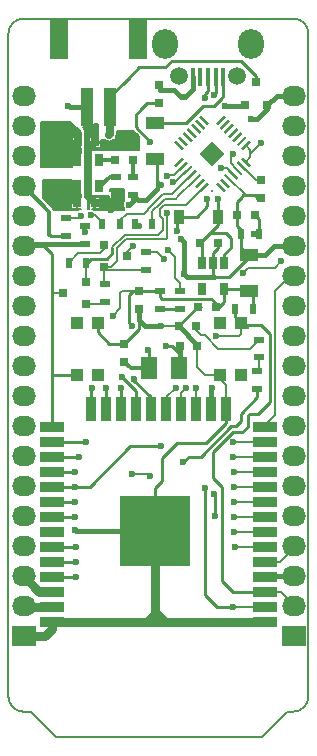
<source format=gbr>
G04 #@! TF.FileFunction,Copper,L1,Top,Signal*
%FSLAX46Y46*%
G04 Gerber Fmt 4.6, Leading zero omitted, Abs format (unit mm)*
G04 Created by KiCad (PCBNEW (2015-01-16 BZR 5376)-product) date 01-May-17 6:34:46 PM*
%MOMM*%
G01*
G04 APERTURE LIST*
%ADD10C,0.100000*%
%ADD11C,0.150000*%
%ADD12R,0.910000X1.220000*%
%ADD13R,0.750000X0.800000*%
%ADD14R,0.800000X0.750000*%
%ADD15R,0.995680X3.200000*%
%ADD16R,0.998220X3.200000*%
%ADD17R,1.498600X3.398520*%
%ADD18R,1.498600X3.395980*%
%ADD19R,2.032000X1.727200*%
%ADD20O,2.032000X1.727200*%
%ADD21R,0.900000X0.500000*%
%ADD22R,0.500000X0.900000*%
%ADD23R,0.797560X0.797560*%
%ADD24R,0.650000X1.060000*%
%ADD25R,0.800100X0.800100*%
%ADD26R,1.600000X1.000000*%
%ADD27R,0.400000X1.600000*%
%ADD28C,1.500000*%
%ADD29O,2.200000X2.500000*%
%ADD30R,2.000000X0.900000*%
%ADD31R,0.900000X2.000000*%
%ADD32R,6.000000X6.000000*%
%ADD33R,1.000760X1.000760*%
%ADD34R,1.400000X1.900000*%
%ADD35C,0.299720*%
%ADD36C,0.600000*%
%ADD37C,0.250000*%
%ADD38C,0.800000*%
%ADD39C,0.635000*%
%ADD40C,0.400000*%
%ADD41C,0.200000*%
%ADD42C,0.300000*%
G04 APERTURE END LIST*
D10*
D11*
X98806000Y-128143000D02*
X99060000Y-127889000D01*
X81407000Y-128143000D02*
X98806000Y-128143000D01*
X81153000Y-127889000D02*
X81407000Y-128143000D01*
X77343000Y-124714000D02*
X77343000Y-68580000D01*
X79248000Y-125984000D02*
X78613000Y-125984000D01*
X101473000Y-125984000D02*
X100965000Y-125984000D01*
X102743000Y-68580000D02*
X102743000Y-124714000D01*
X78613000Y-67310000D02*
X101473000Y-67310000D01*
X78613000Y-67310000D02*
G75*
G03X77343000Y-68580000I0J-1270000D01*
G01*
X102743000Y-68580000D02*
G75*
G03X101473000Y-67310000I-1270000J0D01*
G01*
X101473000Y-125984000D02*
G75*
G03X102743000Y-124714000I0J1270000D01*
G01*
X77343000Y-124714000D02*
G75*
G03X78613000Y-125984000I1270000J0D01*
G01*
X81153000Y-127889000D02*
X79248000Y-125984000D01*
X100965000Y-125984000D02*
X99060000Y-127889000D01*
D12*
X95056200Y-84074000D03*
X91786200Y-84074000D03*
D13*
X98704400Y-82487200D03*
X98704400Y-80987200D03*
D14*
X83133500Y-82931000D03*
X84633500Y-82931000D03*
D15*
X85963760Y-74803000D03*
D16*
X83962240Y-74803000D03*
D17*
X88308180Y-69054980D03*
D18*
X81615280Y-69054980D03*
D19*
X78622721Y-119577474D03*
D20*
X78622721Y-117037474D03*
X78622721Y-114497474D03*
X78622721Y-111957474D03*
X78622721Y-109417474D03*
X78622721Y-106877474D03*
X78622721Y-104337474D03*
X78622721Y-101797474D03*
X78622721Y-99257474D03*
X78622721Y-96717474D03*
X78622721Y-94177474D03*
X78622721Y-91637474D03*
X78622721Y-89097474D03*
X78622721Y-86557474D03*
X78622721Y-84017474D03*
X78622721Y-81477474D03*
X78622721Y-78937474D03*
X78622721Y-76397474D03*
X78622721Y-73857474D03*
D19*
X101482721Y-119577474D03*
D20*
X101482721Y-117037474D03*
X101482721Y-114497474D03*
X101482721Y-111957474D03*
X101482721Y-109417474D03*
X101482721Y-106877474D03*
X101482721Y-104337474D03*
X101482721Y-101797474D03*
X101482721Y-99257474D03*
X101482721Y-96717474D03*
X101482721Y-94177474D03*
X101482721Y-91637474D03*
X101482721Y-89097474D03*
X101482721Y-86557474D03*
X101482721Y-84017474D03*
X101482721Y-81477474D03*
X101482721Y-78937474D03*
X101482721Y-76397474D03*
X101482721Y-73857474D03*
D21*
X82232500Y-85713000D03*
X82232500Y-84213000D03*
D22*
X88023000Y-84709000D03*
X89523000Y-84709000D03*
D23*
X87871300Y-79311500D03*
X86372700Y-79311500D03*
X90068400Y-74434700D03*
X90068400Y-72936100D03*
X93240420Y-93313875D03*
X91741820Y-93313875D03*
D24*
X85024000Y-79291000D03*
X84074000Y-79291000D03*
X83124000Y-79291000D03*
X83124000Y-81491000D03*
X85024000Y-81491000D03*
D25*
X97348000Y-74660760D03*
X99248000Y-74660760D03*
X98298000Y-72661780D03*
D24*
X95625519Y-87997475D03*
X94675519Y-87997475D03*
X93725519Y-87997475D03*
X93725519Y-90197475D03*
X95625519Y-90197475D03*
D25*
X85394360Y-86471074D03*
X85394360Y-88371074D03*
X87393340Y-87421074D03*
X83941480Y-91469874D03*
X83941480Y-89569874D03*
X81942500Y-90519874D03*
D22*
X98540000Y-85547200D03*
X97040000Y-85547200D03*
D21*
X86423500Y-80720500D03*
X86423500Y-82220500D03*
X91881520Y-90379475D03*
X91881520Y-91879475D03*
X87884000Y-82220500D03*
X87884000Y-80720500D03*
D22*
X82444720Y-87979875D03*
X83944720Y-87979875D03*
D21*
X85531520Y-91269874D03*
X85531520Y-89769874D03*
D22*
X98067120Y-91891475D03*
X96567120Y-91891475D03*
X85292500Y-84709000D03*
X86792500Y-84709000D03*
D21*
X89027000Y-87070500D03*
X89027000Y-88570500D03*
X83855120Y-84893075D03*
X83855120Y-86393075D03*
X98552000Y-94500000D03*
X98552000Y-96000000D03*
D14*
X83197000Y-77787500D03*
X84697000Y-77787500D03*
X93569920Y-86303475D03*
X95069920Y-86303475D03*
X96684400Y-83921600D03*
X98184400Y-83921600D03*
X94917521Y-91739074D03*
X93417521Y-91739074D03*
D26*
X97672720Y-90343474D03*
X97672720Y-87343474D03*
D14*
X91842719Y-94990275D03*
X93342719Y-94990275D03*
D13*
X88427120Y-90379475D03*
X88427120Y-91879475D03*
X87157120Y-96349875D03*
X87157120Y-94849875D03*
D21*
X98425000Y-98667000D03*
X98425000Y-97167000D03*
X90154320Y-91879475D03*
X90154320Y-90379475D03*
D27*
X95534000Y-72236000D03*
X94884000Y-72236000D03*
X94234000Y-72236000D03*
X93584000Y-72236000D03*
X92934000Y-72236000D03*
D28*
X96659000Y-72136000D03*
D29*
X97859000Y-69486000D03*
D28*
X91809000Y-72136000D03*
D29*
X90609000Y-69486000D03*
D30*
X99052721Y-118375875D03*
X99052721Y-117105875D03*
X99052721Y-115835875D03*
X99052721Y-114565875D03*
X99052721Y-113295875D03*
X99052721Y-112025875D03*
X99052721Y-110755875D03*
X99052721Y-109485875D03*
X99052721Y-108215875D03*
X99052721Y-106945875D03*
X99052721Y-105675875D03*
X99052721Y-104405875D03*
X99052721Y-103135875D03*
X99052721Y-101865875D03*
X81052721Y-118375875D03*
X81052721Y-101865875D03*
X81052721Y-103135875D03*
X81052721Y-104405875D03*
X81052721Y-105675875D03*
X81052721Y-106945875D03*
X81052721Y-108215875D03*
X81052721Y-109485875D03*
X81052721Y-110755875D03*
X81052721Y-112025875D03*
X81052721Y-113295875D03*
X81052721Y-114565875D03*
X81052721Y-115835875D03*
X81052721Y-117105875D03*
D31*
X95767721Y-100375875D03*
X94482721Y-100375875D03*
X93227721Y-100375875D03*
X91957721Y-100375875D03*
X90687721Y-100375875D03*
X89417721Y-100375875D03*
X88147721Y-100375875D03*
X86877721Y-100375875D03*
X85607721Y-100375875D03*
X84337721Y-100375875D03*
D32*
X89752721Y-110675875D03*
D33*
X97048720Y-93044275D03*
X95248720Y-97444275D03*
X95248720Y-93044275D03*
X97048720Y-97444275D03*
X83107520Y-97444275D03*
X84907520Y-93044275D03*
X84907520Y-97444275D03*
X83107520Y-93044275D03*
D34*
X91760720Y-96920675D03*
X89239920Y-96920675D03*
D26*
X89747920Y-79167476D03*
X89747920Y-76167476D03*
D10*
G36*
X97879323Y-79717950D02*
X97715883Y-79881390D01*
X97008239Y-79173746D01*
X97171679Y-79010306D01*
X97879323Y-79717950D01*
X97879323Y-79717950D01*
G37*
G36*
X97525501Y-80071772D02*
X97362061Y-80235212D01*
X96654417Y-79527568D01*
X96817857Y-79364128D01*
X97525501Y-80071772D01*
X97525501Y-80071772D01*
G37*
G36*
X97171678Y-80425594D02*
X97008238Y-80589034D01*
X96300594Y-79881390D01*
X96464034Y-79717950D01*
X97171678Y-80425594D01*
X97171678Y-80425594D01*
G37*
G36*
X96817856Y-80779416D02*
X96654416Y-80942856D01*
X95946772Y-80235212D01*
X96110212Y-80071772D01*
X96817856Y-80779416D01*
X96817856Y-80779416D01*
G37*
G36*
X96464034Y-81133238D02*
X96300594Y-81296678D01*
X95592950Y-80589034D01*
X95756390Y-80425594D01*
X96464034Y-81133238D01*
X96464034Y-81133238D01*
G37*
G36*
X96110212Y-81487061D02*
X95946772Y-81650501D01*
X95239128Y-80942857D01*
X95402568Y-80779417D01*
X96110212Y-81487061D01*
X96110212Y-81487061D01*
G37*
G36*
X95756390Y-81840883D02*
X95592950Y-82004323D01*
X94885306Y-81296679D01*
X95048746Y-81133239D01*
X95756390Y-81840883D01*
X95756390Y-81840883D01*
G37*
G36*
X94344694Y-81296679D02*
X93637050Y-82004323D01*
X93473610Y-81840883D01*
X94181254Y-81133239D01*
X94344694Y-81296679D01*
X94344694Y-81296679D01*
G37*
G36*
X93990872Y-80942857D02*
X93283228Y-81650501D01*
X93119788Y-81487061D01*
X93827432Y-80779417D01*
X93990872Y-80942857D01*
X93990872Y-80942857D01*
G37*
G36*
X93637050Y-80589034D02*
X92929406Y-81296678D01*
X92765966Y-81133238D01*
X93473610Y-80425594D01*
X93637050Y-80589034D01*
X93637050Y-80589034D01*
G37*
G36*
X93283228Y-80235212D02*
X92575584Y-80942856D01*
X92412144Y-80779416D01*
X93119788Y-80071772D01*
X93283228Y-80235212D01*
X93283228Y-80235212D01*
G37*
G36*
X92929406Y-79881390D02*
X92221762Y-80589034D01*
X92058322Y-80425594D01*
X92765966Y-79717950D01*
X92929406Y-79881390D01*
X92929406Y-79881390D01*
G37*
G36*
X92575583Y-79527568D02*
X91867939Y-80235212D01*
X91704499Y-80071772D01*
X92412143Y-79364128D01*
X92575583Y-79527568D01*
X92575583Y-79527568D01*
G37*
G36*
X92221761Y-79173746D02*
X91514117Y-79881390D01*
X91350677Y-79717950D01*
X92058321Y-79010306D01*
X92221761Y-79173746D01*
X92221761Y-79173746D01*
G37*
G36*
X92221761Y-78306254D02*
X92058321Y-78469694D01*
X91350677Y-77762050D01*
X91514117Y-77598610D01*
X92221761Y-78306254D01*
X92221761Y-78306254D01*
G37*
G36*
X92575583Y-77952432D02*
X92412143Y-78115872D01*
X91704499Y-77408228D01*
X91867939Y-77244788D01*
X92575583Y-77952432D01*
X92575583Y-77952432D01*
G37*
G36*
X92929406Y-77598610D02*
X92765966Y-77762050D01*
X92058322Y-77054406D01*
X92221762Y-76890966D01*
X92929406Y-77598610D01*
X92929406Y-77598610D01*
G37*
G36*
X93283228Y-77244788D02*
X93119788Y-77408228D01*
X92412144Y-76700584D01*
X92575584Y-76537144D01*
X93283228Y-77244788D01*
X93283228Y-77244788D01*
G37*
G36*
X93637050Y-76890966D02*
X93473610Y-77054406D01*
X92765966Y-76346762D01*
X92929406Y-76183322D01*
X93637050Y-76890966D01*
X93637050Y-76890966D01*
G37*
G36*
X93990872Y-76537143D02*
X93827432Y-76700583D01*
X93119788Y-75992939D01*
X93283228Y-75829499D01*
X93990872Y-76537143D01*
X93990872Y-76537143D01*
G37*
G36*
X94344694Y-76183321D02*
X94181254Y-76346761D01*
X93473610Y-75639117D01*
X93637050Y-75475677D01*
X94344694Y-76183321D01*
X94344694Y-76183321D01*
G37*
G36*
X95756390Y-75639117D02*
X95048746Y-76346761D01*
X94885306Y-76183321D01*
X95592950Y-75475677D01*
X95756390Y-75639117D01*
X95756390Y-75639117D01*
G37*
G36*
X96110212Y-75992939D02*
X95402568Y-76700583D01*
X95239128Y-76537143D01*
X95946772Y-75829499D01*
X96110212Y-75992939D01*
X96110212Y-75992939D01*
G37*
G36*
X96464034Y-76346762D02*
X95756390Y-77054406D01*
X95592950Y-76890966D01*
X96300594Y-76183322D01*
X96464034Y-76346762D01*
X96464034Y-76346762D01*
G37*
G36*
X96817856Y-76700584D02*
X96110212Y-77408228D01*
X95946772Y-77244788D01*
X96654416Y-76537144D01*
X96817856Y-76700584D01*
X96817856Y-76700584D01*
G37*
G36*
X97171678Y-77054406D02*
X96464034Y-77762050D01*
X96300594Y-77598610D01*
X97008238Y-76890966D01*
X97171678Y-77054406D01*
X97171678Y-77054406D01*
G37*
G36*
X97525501Y-77408228D02*
X96817857Y-78115872D01*
X96654417Y-77952432D01*
X97362061Y-77244788D01*
X97525501Y-77408228D01*
X97525501Y-77408228D01*
G37*
G36*
X97879323Y-77762050D02*
X97171679Y-78469694D01*
X97008239Y-78306254D01*
X97715883Y-77598610D01*
X97879323Y-77762050D01*
X97879323Y-77762050D01*
G37*
G36*
X95676466Y-78740000D02*
X94615000Y-79801466D01*
X93553534Y-78740000D01*
X94615000Y-77678534D01*
X95676466Y-78740000D01*
X95676466Y-78740000D01*
G37*
D35*
X94615000Y-81922603D03*
D36*
X82677000Y-76644500D03*
X85852000Y-77152500D03*
X81915000Y-78041500D03*
X81915000Y-78867000D03*
X81661000Y-76517500D03*
X81915000Y-77216000D03*
X91948000Y-85979000D03*
X92329000Y-73914000D03*
X92202000Y-88900000D03*
X82991520Y-110585875D03*
X90255920Y-93313875D03*
X82423000Y-74676000D03*
X87566500Y-78041500D03*
X86042500Y-78041500D03*
X85344000Y-78041500D03*
X86804500Y-78041500D03*
X86741000Y-83185000D03*
X86042500Y-83502500D03*
X95046800Y-82600800D03*
X97840800Y-75844400D03*
X98094800Y-85547200D03*
X95707200Y-74676000D03*
X94132400Y-82600800D03*
X91576720Y-85287475D03*
X98704400Y-77851000D03*
X90233500Y-81407000D03*
X82346800Y-81280000D03*
X81661000Y-81280000D03*
X87566500Y-83058000D03*
X82067400Y-82016600D03*
X86169500Y-92456000D03*
X93964320Y-107080674D03*
X87766720Y-93313875D03*
X96351920Y-117139075D03*
X83820000Y-85407500D03*
X87884000Y-86550500D03*
X94932500Y-94170500D03*
X83042320Y-114548276D03*
X84328000Y-83947000D03*
X89290720Y-106064675D03*
X87766720Y-105861475D03*
X83042320Y-113329074D03*
X88392000Y-84899500D03*
X94742000Y-73787000D03*
X96393000Y-78816200D03*
X93980000Y-74041000D03*
X95377000Y-79933800D03*
X90868500Y-86931500D03*
X89344500Y-77724000D03*
X97180400Y-88849200D03*
X100457000Y-87820500D03*
X94573921Y-98546276D03*
X90487500Y-87630000D03*
X96504320Y-112008275D03*
X96453520Y-110738275D03*
X94827920Y-109417475D03*
X94726319Y-107537875D03*
X90662320Y-94990275D03*
X96453520Y-109468275D03*
X89189119Y-95345875D03*
X96402720Y-108249074D03*
X96402720Y-106928275D03*
X96402720Y-105709075D03*
X96351920Y-104388275D03*
X96351920Y-103169075D03*
X83905920Y-103169075D03*
X83347119Y-104439075D03*
X82940720Y-105709075D03*
X82991520Y-106928275D03*
X90220800Y-103530400D03*
X92151200Y-104851200D03*
X82991520Y-108198276D03*
X82940720Y-109468274D03*
X83042320Y-112059075D03*
X93253120Y-98597075D03*
X92389520Y-98597075D03*
X91525920Y-98546275D03*
X87969921Y-97784274D03*
X86953920Y-97682676D03*
X86903120Y-98597075D03*
X85633120Y-98597076D03*
X84413922Y-98597075D03*
X90763921Y-83763475D03*
X91313000Y-81178400D03*
X83499520Y-84017476D03*
X90741500Y-80645000D03*
D37*
X98298000Y-72661780D02*
X98506280Y-72661780D01*
X89916000Y-71419075D02*
X88427122Y-71419075D01*
X88427122Y-71419075D02*
X87461922Y-72384275D01*
X87122000Y-72724197D02*
X87461922Y-72384275D01*
D38*
X85967000Y-74806240D02*
X85963760Y-74803000D01*
D37*
X96520000Y-70866000D02*
X97028000Y-70866000D01*
X98298000Y-72136000D02*
X98298000Y-72661780D01*
X97028000Y-70866000D02*
X98298000Y-72136000D01*
X89916000Y-71419075D02*
X90632925Y-71419075D01*
X91186000Y-70866000D02*
X96520000Y-70866000D01*
X96520000Y-70866000D02*
X96901000Y-70866000D01*
X90632925Y-71419075D02*
X91186000Y-70866000D01*
X89951121Y-71419075D02*
X89916000Y-71419075D01*
X85963760Y-73882437D02*
X87122000Y-72724197D01*
X85963760Y-74803000D02*
X85963760Y-73882437D01*
D39*
X83124000Y-77860500D02*
X83197000Y-77787500D01*
X83124000Y-78549500D02*
X83124000Y-77860500D01*
X83124000Y-79291000D02*
X83124000Y-78549500D01*
X83197000Y-77164500D02*
X82677000Y-76644500D01*
X85852000Y-77152500D02*
X85963760Y-77040740D01*
X85963760Y-77040740D02*
X85963760Y-74803000D01*
X83197000Y-77787500D02*
X83197000Y-77164500D01*
D40*
X82169000Y-77787500D02*
X81915000Y-78041500D01*
X83197000Y-77787500D02*
X82169000Y-77787500D01*
X82232500Y-78549500D02*
X81915000Y-78867000D01*
X83124000Y-78549500D02*
X82232500Y-78549500D01*
X81915000Y-76771500D02*
X81661000Y-76517500D01*
X83197000Y-77787500D02*
X82486500Y-77787500D01*
X82486500Y-77787500D02*
X81915000Y-77216000D01*
X81915000Y-77216000D02*
X81915000Y-76771500D01*
D37*
X96684400Y-84848000D02*
X96684400Y-83921600D01*
D40*
X91948000Y-73914000D02*
X91401900Y-73367900D01*
X92329000Y-73914000D02*
X91948000Y-73914000D01*
X92202000Y-86233000D02*
X91948000Y-85979000D01*
X92934000Y-72236000D02*
X92934000Y-73309000D01*
X92934000Y-73309000D02*
X92329000Y-73914000D01*
X92807000Y-73436000D02*
X92329000Y-73914000D01*
D37*
X101479974Y-86557474D02*
X101482721Y-86557474D01*
X90068400Y-72936100D02*
X90068400Y-73228200D01*
X90068400Y-73228200D02*
X90198965Y-73358765D01*
D40*
X91401900Y-73367900D02*
X90735930Y-73367900D01*
X90735930Y-73367900D02*
X90745065Y-73358765D01*
X90745065Y-73358765D02*
X90198965Y-73358765D01*
X92202000Y-88900000D02*
X92202000Y-86233000D01*
X92837000Y-89148275D02*
X92450275Y-89148275D01*
X92450275Y-89148275D02*
X92202000Y-88900000D01*
X94742000Y-89148275D02*
X92837000Y-89148275D01*
X92837000Y-89148275D02*
X92831275Y-89148275D01*
D41*
X95248720Y-97444275D02*
X93951775Y-97444275D01*
X93342719Y-96835219D02*
X93342719Y-94990275D01*
X93951775Y-97444275D02*
X93342719Y-96835219D01*
X95248720Y-97444275D02*
X95248720Y-97788720D01*
X95248720Y-97788720D02*
X95767721Y-98307721D01*
X95767721Y-98307721D02*
X95767721Y-100375875D01*
D37*
X87157120Y-94849875D02*
X85896375Y-94849875D01*
X84907520Y-93861020D02*
X84907520Y-93044275D01*
X85896375Y-94849875D02*
X84907520Y-93861020D01*
X97040000Y-85547200D02*
X97040000Y-85203600D01*
X97040000Y-85203600D02*
X96684400Y-84848000D01*
X97040000Y-85547200D02*
X97040000Y-86710754D01*
X97040000Y-86710754D02*
X97672720Y-87343474D01*
X95767720Y-100375876D02*
X95767721Y-101539480D01*
X89752721Y-107025075D02*
X89752720Y-110675875D01*
X90306720Y-106471074D02*
X89752721Y-107025075D01*
X90306720Y-104540675D02*
X90306720Y-106471074D01*
X91627520Y-103219874D02*
X90306720Y-104540675D01*
X94087324Y-103219875D02*
X91627520Y-103219874D01*
X95767721Y-101539480D02*
X94087324Y-103219875D01*
D40*
X88427120Y-91879475D02*
X88427120Y-92856675D01*
X88884321Y-93313875D02*
X90255920Y-93313875D01*
X88427120Y-92856675D02*
X88884321Y-93313875D01*
X93342720Y-94990275D02*
X93342720Y-94914774D01*
X93342720Y-94914774D02*
X91741820Y-93313875D01*
X101482721Y-86557474D02*
X99857120Y-86557474D01*
X99857120Y-86557474D02*
X99071120Y-87343474D01*
X99071120Y-87343474D02*
X97672720Y-87343474D01*
X82991520Y-110585875D02*
X83081520Y-110675875D01*
X83081520Y-110675875D02*
X89752720Y-110675875D01*
D41*
X90255920Y-93313875D02*
X91741820Y-93313875D01*
X97955190Y-87061004D02*
X97672720Y-87343474D01*
D37*
X88427120Y-91879475D02*
X88427120Y-93579874D01*
X88427120Y-93579874D02*
X87157119Y-94849875D01*
X97672720Y-87343474D02*
X97672720Y-87493315D01*
X97672720Y-87493315D02*
X96017764Y-89148276D01*
X96017764Y-89148276D02*
X94742000Y-89148275D01*
X94742000Y-89148275D02*
X94675519Y-89148275D01*
X94675521Y-87997476D02*
X94675519Y-89148275D01*
X93608720Y-91739075D02*
X93417520Y-91739075D01*
X95069920Y-86303475D02*
X95069920Y-86772674D01*
X94675520Y-87167076D02*
X94675521Y-87997476D01*
X95069920Y-86772674D02*
X94675520Y-87167076D01*
X93417520Y-91739075D02*
X93316620Y-91739075D01*
X93316620Y-91739075D02*
X91741820Y-93313875D01*
D42*
X87195920Y-94888675D02*
X87157119Y-94849875D01*
D38*
X89824120Y-117621674D02*
X89069920Y-118375874D01*
X88681120Y-118409076D02*
X88681120Y-118375874D01*
X88714320Y-118375874D02*
X88681120Y-118409076D01*
X89069920Y-118375874D02*
X88714320Y-118375874D01*
X90662320Y-118375874D02*
X90578320Y-118375874D01*
X90578320Y-118375874D02*
X89824120Y-117621674D01*
X89824120Y-117621674D02*
X89752720Y-117550275D01*
X89752720Y-110675875D02*
X89752720Y-117550275D01*
X89752720Y-117550275D02*
X89752721Y-118375874D01*
X89752721Y-118375874D02*
X89747920Y-118380675D01*
X89747920Y-118380675D02*
X89747921Y-118409075D01*
X89747921Y-118409075D02*
X89747921Y-118375874D01*
X81052721Y-118375874D02*
X81052720Y-118976275D01*
X80451520Y-119577475D02*
X78622721Y-119577474D01*
X81052720Y-118976275D02*
X80451520Y-119577475D01*
X99052720Y-118375874D02*
X90662320Y-118375874D01*
X90662320Y-118375874D02*
X89747921Y-118375874D01*
X89747921Y-118375874D02*
X88681120Y-118375874D01*
X88681120Y-118375874D02*
X81052721Y-118375874D01*
D37*
X98018600Y-82270600D02*
X97243900Y-82270600D01*
X98196400Y-82270600D02*
X98018600Y-82270600D01*
X97243900Y-82270600D02*
X97040000Y-82474500D01*
X96684400Y-83921600D02*
X96684400Y-82830100D01*
X97040000Y-82474500D02*
X96684400Y-82830100D01*
X98413000Y-82487200D02*
X98196400Y-82270600D01*
X98704400Y-82487200D02*
X98413000Y-82487200D01*
D41*
X97434400Y-82270600D02*
X98018600Y-82270600D01*
X96028492Y-80864692D02*
X97434400Y-82270600D01*
X96028492Y-80861136D02*
X96028492Y-80864692D01*
D40*
X83962240Y-75740260D02*
X83962240Y-74803000D01*
X83629500Y-74803000D02*
X83962240Y-74803000D01*
D39*
X84074000Y-82371500D02*
X84633500Y-82931000D01*
X84074000Y-79291000D02*
X84074000Y-82371500D01*
X86106000Y-82931000D02*
X86423500Y-82613500D01*
X86423500Y-82613500D02*
X86423500Y-82220500D01*
X84633500Y-82931000D02*
X86106000Y-82931000D01*
X84074000Y-78410500D02*
X84697000Y-77787500D01*
X84074000Y-79291000D02*
X84074000Y-78410500D01*
X83962240Y-76469240D02*
X83962240Y-74803000D01*
X84697000Y-77204000D02*
X83962240Y-76469240D01*
X84697000Y-77787500D02*
X84697000Y-77204000D01*
D40*
X82423000Y-74676000D02*
X82550000Y-74803000D01*
X82550000Y-74803000D02*
X83962240Y-74803000D01*
D37*
X84697000Y-77787500D02*
X85090000Y-77787500D01*
X86804500Y-78041500D02*
X86042500Y-78041500D01*
X85344000Y-78041500D02*
X85090000Y-77787500D01*
X86042500Y-78041500D02*
X85344000Y-78041500D01*
X87566500Y-78041500D02*
X86804500Y-78041500D01*
X86487000Y-82931000D02*
X86741000Y-83185000D01*
X86106000Y-82931000D02*
X86487000Y-82931000D01*
X86106000Y-83439000D02*
X86042500Y-83502500D01*
X86106000Y-82931000D02*
X86106000Y-83439000D01*
D40*
X99248000Y-74660760D02*
X99248000Y-74996000D01*
X99248000Y-74996000D02*
X98399600Y-75844400D01*
D37*
X95056200Y-82610200D02*
X95046800Y-82600800D01*
X95056200Y-84074000D02*
X95056200Y-82610200D01*
D40*
X98399600Y-75844400D02*
X97840800Y-75844400D01*
X101482721Y-73857474D02*
X100051286Y-73857474D01*
X100051286Y-73857474D02*
X99248000Y-74660760D01*
D37*
X99030164Y-74655036D02*
X99079920Y-74655036D01*
X95056200Y-84074000D02*
X95056200Y-84826600D01*
X94234000Y-85648800D02*
X94234000Y-85639394D01*
X95056200Y-84826600D02*
X94234000Y-85648800D01*
X95625520Y-87997475D02*
X95625520Y-87233075D01*
X95625520Y-87233075D02*
X96148720Y-86709875D01*
X96148720Y-86709875D02*
X96148720Y-86354274D01*
X94382720Y-85490674D02*
X94234000Y-85639394D01*
X94234000Y-85639394D02*
X93569920Y-86303474D01*
X96148720Y-86354274D02*
X96148721Y-85897075D01*
X96148721Y-85897075D02*
X95742320Y-85490675D01*
X95742320Y-85490675D02*
X94382720Y-85490674D01*
X93725520Y-87997476D02*
X93725519Y-86459075D01*
X93725519Y-86459075D02*
X93569920Y-86303474D01*
D40*
X95707200Y-74676000D02*
X97332760Y-74676000D01*
X97332760Y-74676000D02*
X97348000Y-74660760D01*
D42*
X98540000Y-85547200D02*
X98094800Y-85547200D01*
D41*
X97155000Y-74679956D02*
X97179920Y-74655036D01*
D37*
X91786200Y-84074000D02*
X93268800Y-84074000D01*
X95728164Y-74655036D02*
X97179920Y-74655036D01*
X95707200Y-74676000D02*
X95728164Y-74655036D01*
X94132400Y-83210400D02*
X94132400Y-82600800D01*
X93268800Y-84074000D02*
X94132400Y-83210400D01*
X91576720Y-85287475D02*
X91576720Y-84283480D01*
X91576720Y-84283480D02*
X91786200Y-84074000D01*
X98540000Y-84277200D02*
X98184400Y-83921600D01*
X98540000Y-85547200D02*
X98540000Y-84277200D01*
X98184400Y-83921600D02*
X98184400Y-83706400D01*
D41*
X97815400Y-78405771D02*
X97443781Y-78034152D01*
X97815400Y-78867000D02*
X97815400Y-78405771D01*
X97815400Y-79070200D02*
X97815400Y-78867000D01*
X97443781Y-79441819D02*
X97815400Y-79070200D01*
X97443781Y-79445848D02*
X97443781Y-79441819D01*
X97815400Y-78740000D02*
X98704400Y-77851000D01*
X97815400Y-78867000D02*
X97815400Y-78740000D01*
D42*
X89747920Y-79167476D02*
X89708476Y-79167476D01*
D41*
X89916000Y-79335556D02*
X89747920Y-79167476D01*
D37*
X89916000Y-80708500D02*
X89916000Y-79335556D01*
X89916000Y-81724500D02*
X89916000Y-80708500D01*
D40*
X88995250Y-82645250D02*
X89916000Y-81724500D01*
D37*
X88975500Y-82665000D02*
X88995250Y-82645250D01*
X90233500Y-81407000D02*
X89916000Y-81089500D01*
X89916000Y-81089500D02*
X89916000Y-80708500D01*
D40*
X83124000Y-82921500D02*
X83133500Y-82931000D01*
D39*
X83124000Y-81491000D02*
X83124000Y-82921500D01*
D40*
X88308750Y-82645250D02*
X87884000Y-82220500D01*
X88995250Y-82645250D02*
X88308750Y-82645250D01*
D37*
X83124000Y-81658500D02*
X83124000Y-81491000D01*
D40*
X82346800Y-81280000D02*
X82557800Y-81491000D01*
X82557800Y-81491000D02*
X83124000Y-81491000D01*
X82346800Y-81280000D02*
X81661000Y-81280000D01*
X87884000Y-82220500D02*
X87884000Y-82740500D01*
X87884000Y-82740500D02*
X87566500Y-83058000D01*
X82981800Y-82931000D02*
X82067400Y-82016600D01*
X83133500Y-82931000D02*
X82981800Y-82931000D01*
D42*
X97672720Y-90343474D02*
X97645974Y-90343474D01*
D11*
X88427120Y-90379475D02*
X86976025Y-90379475D01*
D41*
X86804500Y-91821000D02*
X86169500Y-92456000D01*
X86804500Y-90551000D02*
X86804500Y-91821000D01*
X86976025Y-90379475D02*
X86804500Y-90551000D01*
D37*
X88427120Y-90379475D02*
X87856320Y-90379474D01*
X95031120Y-117139075D02*
X96351920Y-117139075D01*
X94015120Y-116123075D02*
X95031120Y-117139075D01*
X94015120Y-107131474D02*
X94015120Y-116123075D01*
X93964320Y-107080674D02*
X94015120Y-107131474D01*
X87563522Y-93110675D02*
X87766720Y-93313875D01*
X87563520Y-90672274D02*
X87563522Y-93110675D01*
X87856320Y-90379474D02*
X87563520Y-90672274D01*
X90154320Y-90379475D02*
X88427120Y-90379475D01*
X98067120Y-91891475D02*
X98067120Y-90737875D01*
X98067120Y-90737875D02*
X97672721Y-90343476D01*
X94917520Y-91739074D02*
X94917520Y-91422275D01*
X94917520Y-91422275D02*
X94523120Y-91027875D01*
X90154320Y-90875475D02*
X90154320Y-90379475D01*
X90306720Y-91027875D02*
X90154320Y-90875475D01*
X94523120Y-91027875D02*
X90306720Y-91027875D01*
X95625520Y-90197475D02*
X97526720Y-90197475D01*
X97526720Y-90197475D02*
X97672721Y-90343476D01*
X94917520Y-91739074D02*
X95183520Y-91739076D01*
X95183520Y-91739076D02*
X95625521Y-91297076D01*
X95625521Y-91297076D02*
X95625520Y-90197475D01*
D41*
X96385121Y-117105875D02*
X99052720Y-117105875D01*
X96351920Y-117139075D02*
X96385121Y-117105875D01*
X83820000Y-85407500D02*
X83855120Y-85372380D01*
X83855120Y-85372380D02*
X83855120Y-84893075D01*
D37*
X94678500Y-106235500D02*
X95437520Y-106994520D01*
X94678500Y-104089200D02*
X94678500Y-106235500D01*
D41*
X87393340Y-87104660D02*
X87393340Y-87421074D01*
D37*
X96567120Y-91891475D02*
X96567120Y-92562675D01*
X96567120Y-92562675D02*
X97048720Y-93044275D01*
X98485520Y-100781475D02*
X97723520Y-100781476D01*
X99501520Y-99765475D02*
X98485520Y-100781475D01*
X99501520Y-94025075D02*
X99501520Y-99765475D01*
X98720720Y-93244275D02*
X99501520Y-94025075D01*
X97648720Y-93244274D02*
X98720720Y-93244275D01*
X97723520Y-100781476D02*
X97586800Y-100918196D01*
X95437520Y-106994520D02*
X95437520Y-114954675D01*
X95437520Y-114954675D02*
X96318720Y-115835875D01*
X96318720Y-115835875D02*
X99052720Y-115835875D01*
D41*
X97648720Y-93244274D02*
X97648720Y-93541075D01*
D37*
X97648720Y-93244274D02*
X96739520Y-93244275D01*
D41*
X87393340Y-87421074D02*
X87393341Y-87083255D01*
X101482720Y-117037475D02*
X101482720Y-116885075D01*
X101482720Y-116885075D02*
X100433520Y-115835875D01*
X100433520Y-115835875D02*
X99052720Y-115835875D01*
D37*
X94678500Y-104000300D02*
X96367600Y-102311200D01*
X96367600Y-102311200D02*
X97129600Y-102311200D01*
X97129600Y-102311200D02*
X97586800Y-101854000D01*
X97586800Y-101854000D02*
X97586800Y-100918196D01*
X94678500Y-104089200D02*
X94678500Y-104000300D01*
D41*
X97048720Y-94022780D02*
X96901000Y-94170500D01*
X96901000Y-94170500D02*
X94932500Y-94170500D01*
X97048720Y-93044275D02*
X97048720Y-94022780D01*
X87393340Y-87041160D02*
X87884000Y-86550500D01*
X87393340Y-87421074D02*
X87393340Y-87041160D01*
D37*
X81052720Y-114565875D02*
X83024720Y-114565875D01*
X83024720Y-114565875D02*
X83042320Y-114548276D01*
D41*
X84709000Y-83947000D02*
X84328000Y-83947000D01*
X85292500Y-84530500D02*
X84709000Y-83947000D01*
X85292500Y-84709000D02*
X85292500Y-84530500D01*
X89290720Y-106064675D02*
X89087520Y-105861475D01*
X89087520Y-105861475D02*
X87766720Y-105861475D01*
D37*
X81052720Y-113295876D02*
X83009120Y-113295874D01*
X83009120Y-113295874D02*
X83042320Y-113329074D01*
D41*
X88201500Y-84709000D02*
X88392000Y-84899500D01*
X88023000Y-84709000D02*
X88201500Y-84709000D01*
D37*
X95534000Y-72236000D02*
X95534000Y-73884000D01*
X95407000Y-74011000D02*
X94742000Y-74676000D01*
X95534000Y-73884000D02*
X95407000Y-74011000D01*
X94742000Y-74676000D02*
X94488000Y-74676000D01*
X93853000Y-74676000D02*
X94488000Y-74676000D01*
X89747920Y-76167476D02*
X92361524Y-76167476D01*
X92361524Y-76167476D02*
X93853000Y-74676000D01*
X94884000Y-72236000D02*
X94884000Y-73645000D01*
X94884000Y-73645000D02*
X94742000Y-73787000D01*
X94742000Y-73787000D02*
X94757000Y-73772000D01*
D41*
X96164400Y-79044800D02*
X96393000Y-78816200D01*
X96164400Y-79578200D02*
X96164400Y-79044800D01*
X96736136Y-80149936D02*
X96164400Y-79578200D01*
X96736136Y-80153492D02*
X96736136Y-80149936D01*
D37*
X93980000Y-73660000D02*
X94234000Y-73406000D01*
X94234000Y-73406000D02*
X94234000Y-72236000D01*
X93980000Y-74041000D02*
X93980000Y-73660000D01*
D41*
X95808800Y-79933800D02*
X95377000Y-79933800D01*
X96382314Y-80507314D02*
X95808800Y-79933800D01*
D42*
X87884000Y-79324200D02*
X87871300Y-79311500D01*
X87884000Y-80720500D02*
X87884000Y-79324200D01*
X86352200Y-79291000D02*
X86372700Y-79311500D01*
X85024000Y-79291000D02*
X86352200Y-79291000D01*
D41*
X91881520Y-90379475D02*
X91881520Y-89722520D01*
X91440000Y-89281000D02*
X91440000Y-87439500D01*
X91881520Y-89722520D02*
X91440000Y-89281000D01*
X91376500Y-87439500D02*
X90868500Y-86931500D01*
X91440000Y-87439500D02*
X91376500Y-87439500D01*
D37*
X88138000Y-76517500D02*
X88138000Y-76263500D01*
X89344500Y-77724000D02*
X88138000Y-76517500D01*
X88582500Y-74993500D02*
X89077800Y-74498200D01*
X88138000Y-76263500D02*
X88138000Y-75692000D01*
X88138000Y-75438000D02*
X88582500Y-74993500D01*
X88138000Y-75692000D02*
X88138000Y-75438000D01*
X89077800Y-74498200D02*
X90093800Y-74498200D01*
D41*
X93240420Y-93313875D02*
X93240420Y-93684920D01*
X93240420Y-93684920D02*
X93662500Y-94107000D01*
X93662500Y-94107000D02*
X93980000Y-94107000D01*
X93980000Y-94107000D02*
X95123000Y-95250000D01*
X95123000Y-95250000D02*
X97802000Y-95250000D01*
X97802000Y-95250000D02*
X98552000Y-94500000D01*
D42*
X85903500Y-80720500D02*
X86423500Y-80720500D01*
X85133000Y-81491000D02*
X85903500Y-80720500D01*
X85024000Y-81491000D02*
X85133000Y-81491000D01*
D41*
X98145600Y-88392000D02*
X97637600Y-88392000D01*
X97637600Y-88392000D02*
X97180400Y-88849200D01*
X99885500Y-88392000D02*
X100457000Y-87820500D01*
X98107500Y-88392000D02*
X98145600Y-88392000D01*
D40*
X94482720Y-100375875D02*
X94482720Y-98637476D01*
X94482720Y-98637476D02*
X94573921Y-98546276D01*
D41*
X98145600Y-88392000D02*
X99885500Y-88392000D01*
X89928000Y-87070500D02*
X90487500Y-87630000D01*
X89027000Y-87070500D02*
X89928000Y-87070500D01*
D40*
X101482720Y-114497476D02*
X99121120Y-114497474D01*
X99121120Y-114497474D02*
X99052720Y-114565875D01*
D41*
X99121120Y-114497474D02*
X99052720Y-114565875D01*
X101482721Y-111957475D02*
X101482720Y-112160676D01*
X101482720Y-112160676D02*
X100347520Y-113295874D01*
X100347520Y-113295874D02*
X99052720Y-113295876D01*
X99052720Y-112025875D02*
X96521920Y-112025876D01*
X96521920Y-112025876D02*
X96504320Y-112008275D01*
X96453520Y-110738275D02*
X96323775Y-110738275D01*
X99052720Y-110755875D02*
X96471121Y-110755876D01*
X96471121Y-110755876D02*
X96453520Y-110738275D01*
D37*
X94827919Y-107639475D02*
X94827920Y-109417475D01*
X94726319Y-107537875D02*
X94827919Y-107639475D01*
X91760720Y-96920675D02*
X91760721Y-95580674D01*
X91760721Y-95580674D02*
X91170320Y-94990274D01*
X91170320Y-94990274D02*
X90662320Y-94990275D01*
D40*
X91842720Y-94990275D02*
X91842720Y-96838675D01*
X91842720Y-96838675D02*
X91760720Y-96920675D01*
D41*
X99052720Y-109485875D02*
X96471120Y-109485875D01*
X96471120Y-109485875D02*
X96453520Y-109468275D01*
D37*
X89239920Y-96920674D02*
X89239919Y-95396675D01*
X89239919Y-95396675D02*
X89189119Y-95345875D01*
D42*
X89239920Y-96920674D02*
X87727920Y-96920676D01*
X87727920Y-96920676D02*
X87157120Y-96349876D01*
D41*
X89239920Y-96920674D02*
X89239920Y-97682675D01*
X99052720Y-108215874D02*
X96435921Y-108215874D01*
X96435921Y-108215874D02*
X96402720Y-108249074D01*
X99052720Y-106945876D02*
X96420320Y-106945875D01*
X96420320Y-106945875D02*
X96402720Y-106928275D01*
X99052720Y-105675875D02*
X96435920Y-105675875D01*
X96435920Y-105675875D02*
X96402720Y-105709075D01*
X99052720Y-104405875D02*
X96369520Y-104405875D01*
X96369520Y-104405875D02*
X96351920Y-104388275D01*
X99052720Y-103135875D02*
X96369520Y-103135875D01*
X96351920Y-103153475D02*
X96351920Y-103169075D01*
X96369520Y-103135875D02*
X96351920Y-103153475D01*
X101482721Y-89097474D02*
X101212026Y-89097474D01*
X101212026Y-89097474D02*
X99907921Y-90401579D01*
X99907921Y-90401579D02*
X99907921Y-90418275D01*
X99052720Y-101865874D02*
X99052720Y-101738275D01*
X99052720Y-101738275D02*
X99907920Y-100883074D01*
X99907920Y-100883074D02*
X99907920Y-91789875D01*
X99907920Y-91789875D02*
X99907921Y-90418275D01*
D37*
X83107520Y-97444275D02*
X81052720Y-97444275D01*
X81052720Y-97444275D02*
X81052720Y-97377875D01*
D40*
X83855120Y-86393075D02*
X78787120Y-86393075D01*
X78787120Y-86393075D02*
X78622721Y-86557474D01*
D41*
X81942501Y-90519874D02*
X81052720Y-90519876D01*
X81111920Y-90570674D02*
X81052720Y-90570676D01*
X81103520Y-90570676D02*
X81111920Y-90570674D01*
X81052720Y-90519876D02*
X81103520Y-90570676D01*
D37*
X81052721Y-101865874D02*
X81052720Y-97377875D01*
X81052720Y-97377875D02*
X81052720Y-90570676D01*
X81052720Y-90570676D02*
X81052721Y-87260275D01*
X80349920Y-86557475D02*
X78622721Y-86557474D01*
X81052721Y-87260275D02*
X80349920Y-86557475D01*
X81052720Y-103135875D02*
X83872720Y-103135875D01*
X83872720Y-103135875D02*
X83905920Y-103169075D01*
X81052721Y-104405875D02*
X83313919Y-104405875D01*
X83313919Y-104405875D02*
X83347119Y-104439075D01*
X81052720Y-105675875D02*
X82973920Y-105675875D01*
X82973920Y-105675875D02*
X82940720Y-105709075D01*
X81052720Y-106945874D02*
X82973920Y-106945874D01*
X82973920Y-106945874D02*
X82991520Y-106928275D01*
X92151200Y-104851200D02*
X92608400Y-104394000D01*
X92608400Y-104394000D02*
X93624400Y-104394000D01*
X93624400Y-104394000D02*
X96215200Y-101803200D01*
X96215200Y-101803200D02*
X96570800Y-101803200D01*
X96570800Y-101803200D02*
X97028000Y-101346000D01*
X97028000Y-101346000D02*
X97028000Y-100787200D01*
X97028000Y-100787200D02*
X98425000Y-99390200D01*
X98425000Y-99390200D02*
X98425000Y-98667000D01*
X82991520Y-106928275D02*
X84232125Y-106928275D01*
X87630000Y-103530400D02*
X90220800Y-103530400D01*
X84232125Y-106928275D02*
X87630000Y-103530400D01*
X81052720Y-108215875D02*
X82973920Y-108215875D01*
X82973920Y-108215875D02*
X82991520Y-108198276D01*
X81052720Y-109485875D02*
X83024720Y-109485875D01*
X83007120Y-109468275D02*
X82940720Y-109468274D01*
X83024720Y-109485875D02*
X83007120Y-109468275D01*
X81052720Y-112025875D02*
X83009120Y-112025875D01*
X83009120Y-112025875D02*
X83042320Y-112059075D01*
D38*
X81052720Y-115835875D02*
X79961120Y-115835875D01*
X79961120Y-115835875D02*
X78622720Y-114497476D01*
X81052720Y-117105876D02*
X78691120Y-117105875D01*
X78691120Y-117105875D02*
X78622720Y-117037475D01*
D41*
X93227720Y-100375875D02*
X93227720Y-98622475D01*
X93227720Y-98622475D02*
X93253120Y-98597075D01*
X91957720Y-100375876D02*
X91957720Y-99028875D01*
X91957720Y-99028875D02*
X92389520Y-98597075D01*
X90687719Y-99384475D02*
X91525920Y-98546275D01*
X90687721Y-100375876D02*
X90687719Y-99384475D01*
D37*
X89417720Y-100375876D02*
X89417720Y-99384474D01*
X89417720Y-99384474D02*
X87919121Y-97885874D01*
X87919121Y-97885874D02*
X87919121Y-97835074D01*
X87919121Y-97835074D02*
X87969921Y-97784274D01*
X88147720Y-100375875D02*
X88147720Y-98876476D01*
X88147720Y-98876476D02*
X86953920Y-97682676D01*
X86877720Y-100375875D02*
X86877720Y-98622475D01*
X86877720Y-98622475D02*
X86903120Y-98597075D01*
X85607720Y-100375876D02*
X85607720Y-98622476D01*
X85607720Y-98622476D02*
X85633120Y-98597076D01*
D42*
X80807120Y-83661873D02*
X78622721Y-81477474D01*
D37*
X80927844Y-85713000D02*
X80947520Y-85732676D01*
D42*
X80947520Y-85732676D02*
X80807120Y-85592275D01*
X80807120Y-85592275D02*
X80807120Y-83820000D01*
D37*
X82232500Y-85713000D02*
X80927844Y-85713000D01*
D42*
X80807120Y-83820000D02*
X80807120Y-83661873D01*
D37*
X84337721Y-100375876D02*
X84337721Y-98673276D01*
X84337721Y-98673276D02*
X84413922Y-98597075D01*
X79181520Y-84017476D02*
X78622720Y-84017475D01*
D41*
X85394360Y-86471076D02*
X85394360Y-86847035D01*
X85394360Y-86847035D02*
X85074320Y-87167075D01*
X85074320Y-87167075D02*
X83257520Y-87167075D01*
X83257520Y-87167075D02*
X82444720Y-87979875D01*
X89027000Y-88570500D02*
X85593786Y-88570500D01*
X85593786Y-88570500D02*
X85394360Y-88371074D01*
X85633161Y-88132276D02*
X85394360Y-88371075D01*
D11*
X85499160Y-88475875D02*
X85394360Y-88371075D01*
D41*
X85394360Y-88371075D02*
X85394360Y-89632715D01*
X85394360Y-89632715D02*
X85531520Y-89769876D01*
X91465400Y-81178400D02*
X91313000Y-81178400D01*
X92490308Y-80153492D02*
X91465400Y-81178400D01*
X92493864Y-80153492D02*
X92490308Y-80153492D01*
X87312500Y-85979000D02*
X89217500Y-85979000D01*
X86549828Y-86741672D02*
X87312500Y-85979000D01*
X86541124Y-87833873D02*
X86541123Y-86741672D01*
X85394360Y-88371075D02*
X86003920Y-88371075D01*
X86003920Y-88371075D02*
X86541124Y-87833873D01*
X86541123Y-86741672D02*
X86549828Y-86741672D01*
X90763921Y-85893079D02*
X90678000Y-85979000D01*
X90678000Y-85979000D02*
X89217500Y-85979000D01*
X90763921Y-83763475D02*
X90763921Y-85893079D01*
X83941481Y-91469876D02*
X85331520Y-91469876D01*
X85331520Y-91469876D02*
X85531520Y-91269874D01*
X83944719Y-87979875D02*
X84001122Y-87979875D01*
D37*
X85683920Y-87624275D02*
X86141120Y-87167075D01*
X86141120Y-87167075D02*
X86141120Y-86741000D01*
X84001122Y-87979875D02*
X84356722Y-87624274D01*
X84356722Y-87624274D02*
X85683920Y-87624275D01*
D41*
X83944719Y-87979875D02*
X83944720Y-89566635D01*
X83944720Y-89566635D02*
X83941480Y-89569875D01*
X93909152Y-81568781D02*
X93909152Y-81579448D01*
X90500200Y-83108800D02*
X90170000Y-83439000D01*
X90170000Y-83439000D02*
X90170000Y-83947000D01*
X93909152Y-81579448D02*
X92379800Y-83108800D01*
X92379800Y-83108800D02*
X92151200Y-83108800D01*
X92151200Y-83108800D02*
X91643200Y-83108800D01*
X91643200Y-83108800D02*
X90500200Y-83108800D01*
X90170000Y-83947000D02*
X90170000Y-84010500D01*
X86141120Y-86642380D02*
X87185500Y-85598000D01*
X87185500Y-85598000D02*
X89027000Y-85598000D01*
X86141120Y-86741000D02*
X86141120Y-86642380D01*
X90043000Y-85598000D02*
X90413919Y-85227081D01*
X90413919Y-85227081D02*
X90413919Y-84254419D01*
X90413919Y-84254419D02*
X90170000Y-84010500D01*
X89027000Y-85598000D02*
X90043000Y-85598000D01*
X86792500Y-84403500D02*
X86792500Y-84709000D01*
X90424000Y-82169000D02*
X89154000Y-83439000D01*
X89154000Y-83439000D02*
X89154000Y-83502500D01*
X89154000Y-83502500D02*
X88836500Y-83820000D01*
X88836500Y-83820000D02*
X87376000Y-83820000D01*
X87376000Y-83820000D02*
X86792500Y-84403500D01*
X91789250Y-81565750D02*
X91186000Y-82169000D01*
X91186000Y-82169000D02*
X90678000Y-82169000D01*
X92847686Y-80507314D02*
X91789250Y-81565750D01*
X90678000Y-82169000D02*
X90424000Y-82169000D01*
D37*
X91881520Y-91879475D02*
X90154320Y-91879475D01*
D41*
X98552000Y-96000000D02*
X98552000Y-97040000D01*
X98552000Y-97040000D02*
X98425000Y-97167000D01*
X93201508Y-80864692D02*
X91631200Y-82435000D01*
X93201508Y-80861136D02*
X93201508Y-80864692D01*
X91516200Y-82550000D02*
X91631200Y-82435000D01*
X91376500Y-82550000D02*
X91516200Y-82550000D01*
X90564022Y-82550000D02*
X90144761Y-82969261D01*
X89523000Y-83591022D02*
X89523000Y-84709000D01*
X89523000Y-83591022D02*
X90144761Y-82969261D01*
X91376500Y-82550000D02*
X90564022Y-82550000D01*
X92140041Y-79799670D02*
X92132930Y-79799670D01*
D11*
X83284321Y-84232675D02*
X82178720Y-84232675D01*
X83499520Y-84017476D02*
X83284321Y-84232675D01*
D41*
X90817700Y-80568800D02*
X90741500Y-80645000D01*
X92132930Y-79799670D02*
X91363800Y-80568800D01*
X91363800Y-80568800D02*
X90817700Y-80568800D01*
X98284600Y-80987200D02*
X98704400Y-80987200D01*
X97097070Y-79799670D02*
X98284600Y-80987200D01*
X97089959Y-79799670D02*
X97097070Y-79799670D01*
G36*
X83466000Y-76939922D02*
X83466000Y-77312500D01*
X83227000Y-77312500D01*
X83202000Y-77337500D01*
X83202000Y-77782500D01*
X83222000Y-77782500D01*
X83222000Y-77792500D01*
X83202000Y-77792500D01*
X83202000Y-78237500D01*
X83227000Y-78262500D01*
X83466000Y-78262500D01*
X83466000Y-78661000D01*
X83154000Y-78661000D01*
X83129000Y-78686000D01*
X83129000Y-79286000D01*
X83149000Y-79286000D01*
X83149000Y-79296000D01*
X83129000Y-79296000D01*
X83129000Y-79316000D01*
X83119000Y-79316000D01*
X83119000Y-79296000D01*
X82724000Y-79296000D01*
X82699000Y-79321000D01*
X82699000Y-79840891D01*
X82701323Y-79846500D01*
X80110000Y-79846500D01*
X80110000Y-78741109D01*
X82699000Y-78741109D01*
X82699000Y-79261000D01*
X82724000Y-79286000D01*
X83119000Y-79286000D01*
X83119000Y-78686000D01*
X83094000Y-78661000D01*
X82779109Y-78661000D01*
X82742354Y-78676224D01*
X82714224Y-78704355D01*
X82699000Y-78741109D01*
X80110000Y-78741109D01*
X80110000Y-77817500D01*
X82697000Y-77817500D01*
X82697000Y-78182391D01*
X82712224Y-78219146D01*
X82740355Y-78247276D01*
X82777109Y-78262500D01*
X83167000Y-78262500D01*
X83192000Y-78237500D01*
X83192000Y-77792500D01*
X82722000Y-77792500D01*
X82697000Y-77817500D01*
X80110000Y-77817500D01*
X80110000Y-77392609D01*
X82697000Y-77392609D01*
X82697000Y-77757500D01*
X82722000Y-77782500D01*
X83192000Y-77782500D01*
X83192000Y-77337500D01*
X83167000Y-77312500D01*
X82777109Y-77312500D01*
X82740355Y-77327724D01*
X82712224Y-77355854D01*
X82697000Y-77392609D01*
X80110000Y-77392609D01*
X80110000Y-76046000D01*
X82572078Y-76046000D01*
X83466000Y-76939922D01*
X83466000Y-76939922D01*
G37*
X83466000Y-76939922D02*
X83466000Y-77312500D01*
X83227000Y-77312500D01*
X83202000Y-77337500D01*
X83202000Y-77782500D01*
X83222000Y-77782500D01*
X83222000Y-77792500D01*
X83202000Y-77792500D01*
X83202000Y-78237500D01*
X83227000Y-78262500D01*
X83466000Y-78262500D01*
X83466000Y-78661000D01*
X83154000Y-78661000D01*
X83129000Y-78686000D01*
X83129000Y-79286000D01*
X83149000Y-79286000D01*
X83149000Y-79296000D01*
X83129000Y-79296000D01*
X83129000Y-79316000D01*
X83119000Y-79316000D01*
X83119000Y-79296000D01*
X82724000Y-79296000D01*
X82699000Y-79321000D01*
X82699000Y-79840891D01*
X82701323Y-79846500D01*
X80110000Y-79846500D01*
X80110000Y-78741109D01*
X82699000Y-78741109D01*
X82699000Y-79261000D01*
X82724000Y-79286000D01*
X83119000Y-79286000D01*
X83119000Y-78686000D01*
X83094000Y-78661000D01*
X82779109Y-78661000D01*
X82742354Y-78676224D01*
X82714224Y-78704355D01*
X82699000Y-78741109D01*
X80110000Y-78741109D01*
X80110000Y-77817500D01*
X82697000Y-77817500D01*
X82697000Y-78182391D01*
X82712224Y-78219146D01*
X82740355Y-78247276D01*
X82777109Y-78262500D01*
X83167000Y-78262500D01*
X83192000Y-78237500D01*
X83192000Y-77792500D01*
X82722000Y-77792500D01*
X82697000Y-77817500D01*
X80110000Y-77817500D01*
X80110000Y-77392609D01*
X82697000Y-77392609D01*
X82697000Y-77757500D01*
X82722000Y-77782500D01*
X83192000Y-77782500D01*
X83192000Y-77337500D01*
X83167000Y-77312500D01*
X82777109Y-77312500D01*
X82740355Y-77327724D01*
X82712224Y-77355854D01*
X82697000Y-77392609D01*
X80110000Y-77392609D01*
X80110000Y-76046000D01*
X82572078Y-76046000D01*
X83466000Y-76939922D01*
G36*
X82699000Y-80941109D02*
X82699000Y-81461000D01*
X82724000Y-81486000D01*
X83119000Y-81486000D01*
X83119000Y-81466000D01*
X83129000Y-81466000D01*
X83129000Y-81486000D01*
X83149000Y-81486000D01*
X83149000Y-81496000D01*
X83129000Y-81496000D01*
X83129000Y-82096000D01*
X83154000Y-82121000D01*
X83466000Y-82121000D01*
X83466000Y-82456000D01*
X83163500Y-82456000D01*
X83138500Y-82481000D01*
X83138500Y-82926000D01*
X83158500Y-82926000D01*
X83158500Y-82936000D01*
X83138500Y-82936000D01*
X83138500Y-83381000D01*
X83163500Y-83406000D01*
X83466000Y-83406000D01*
X83466000Y-83467447D01*
X83390598Y-83467381D01*
X83240259Y-83529500D01*
X81180790Y-83529500D01*
X81176672Y-83508799D01*
X81117338Y-83420000D01*
X81089963Y-83379030D01*
X81089960Y-83379028D01*
X80671933Y-82961000D01*
X82633500Y-82961000D01*
X82633500Y-83325891D01*
X82648724Y-83362646D01*
X82676855Y-83390776D01*
X82713609Y-83406000D01*
X83103500Y-83406000D01*
X83128500Y-83381000D01*
X83128500Y-82936000D01*
X82658500Y-82936000D01*
X82633500Y-82961000D01*
X80671933Y-82961000D01*
X80247042Y-82536109D01*
X82633500Y-82536109D01*
X82633500Y-82901000D01*
X82658500Y-82926000D01*
X83128500Y-82926000D01*
X83128500Y-82481000D01*
X83103500Y-82456000D01*
X82713609Y-82456000D01*
X82676855Y-82471224D01*
X82648724Y-82499354D01*
X82633500Y-82536109D01*
X80247042Y-82536109D01*
X80237000Y-82526067D01*
X80237000Y-81521000D01*
X82699000Y-81521000D01*
X82699000Y-82040891D01*
X82714224Y-82077645D01*
X82742354Y-82105776D01*
X82779109Y-82121000D01*
X83094000Y-82121000D01*
X83119000Y-82096000D01*
X83119000Y-81496000D01*
X82724000Y-81496000D01*
X82699000Y-81521000D01*
X80237000Y-81521000D01*
X80237000Y-80935500D01*
X82701323Y-80935500D01*
X82699000Y-80941109D01*
X82699000Y-80941109D01*
G37*
X82699000Y-80941109D02*
X82699000Y-81461000D01*
X82724000Y-81486000D01*
X83119000Y-81486000D01*
X83119000Y-81466000D01*
X83129000Y-81466000D01*
X83129000Y-81486000D01*
X83149000Y-81486000D01*
X83149000Y-81496000D01*
X83129000Y-81496000D01*
X83129000Y-82096000D01*
X83154000Y-82121000D01*
X83466000Y-82121000D01*
X83466000Y-82456000D01*
X83163500Y-82456000D01*
X83138500Y-82481000D01*
X83138500Y-82926000D01*
X83158500Y-82926000D01*
X83158500Y-82936000D01*
X83138500Y-82936000D01*
X83138500Y-83381000D01*
X83163500Y-83406000D01*
X83466000Y-83406000D01*
X83466000Y-83467447D01*
X83390598Y-83467381D01*
X83240259Y-83529500D01*
X81180790Y-83529500D01*
X81176672Y-83508799D01*
X81117338Y-83420000D01*
X81089963Y-83379030D01*
X81089960Y-83379028D01*
X80671933Y-82961000D01*
X82633500Y-82961000D01*
X82633500Y-83325891D01*
X82648724Y-83362646D01*
X82676855Y-83390776D01*
X82713609Y-83406000D01*
X83103500Y-83406000D01*
X83128500Y-83381000D01*
X83128500Y-82936000D01*
X82658500Y-82936000D01*
X82633500Y-82961000D01*
X80671933Y-82961000D01*
X80247042Y-82536109D01*
X82633500Y-82536109D01*
X82633500Y-82901000D01*
X82658500Y-82926000D01*
X83128500Y-82926000D01*
X83128500Y-82481000D01*
X83103500Y-82456000D01*
X82713609Y-82456000D01*
X82676855Y-82471224D01*
X82648724Y-82499354D01*
X82633500Y-82536109D01*
X80247042Y-82536109D01*
X80237000Y-82526067D01*
X80237000Y-81521000D01*
X82699000Y-81521000D01*
X82699000Y-82040891D01*
X82714224Y-82077645D01*
X82742354Y-82105776D01*
X82779109Y-82121000D01*
X83094000Y-82121000D01*
X83119000Y-82096000D01*
X83119000Y-81496000D01*
X82724000Y-81496000D01*
X82699000Y-81521000D01*
X80237000Y-81521000D01*
X80237000Y-80935500D01*
X82701323Y-80935500D01*
X82699000Y-80941109D01*
G36*
X87085500Y-82782179D02*
X87016596Y-82948118D01*
X87016405Y-83166922D01*
X87085500Y-83334145D01*
X87085500Y-83529500D01*
X84688368Y-83529500D01*
X84639957Y-83481005D01*
X84459325Y-83406000D01*
X84603500Y-83406000D01*
X84628500Y-83381000D01*
X84628500Y-82936000D01*
X84638500Y-82936000D01*
X84638500Y-83381000D01*
X84663500Y-83406000D01*
X85053391Y-83406000D01*
X85090145Y-83390776D01*
X85118276Y-83362646D01*
X85133500Y-83325891D01*
X85133500Y-82961000D01*
X85108500Y-82936000D01*
X84638500Y-82936000D01*
X84628500Y-82936000D01*
X84158500Y-82936000D01*
X84133500Y-82961000D01*
X84133500Y-83325891D01*
X84148724Y-83362646D01*
X84176855Y-83390776D01*
X84205348Y-83402578D01*
X84110500Y-83441768D01*
X84110500Y-82536109D01*
X84133500Y-82536109D01*
X84133500Y-82901000D01*
X84158500Y-82926000D01*
X84628500Y-82926000D01*
X84628500Y-82481000D01*
X84638500Y-82481000D01*
X84638500Y-82926000D01*
X85108500Y-82926000D01*
X85133500Y-82901000D01*
X85133500Y-82536109D01*
X85118276Y-82499354D01*
X85090145Y-82471224D01*
X85053391Y-82456000D01*
X84663500Y-82456000D01*
X84638500Y-82481000D01*
X84628500Y-82481000D01*
X84603500Y-82456000D01*
X84213609Y-82456000D01*
X84176855Y-82471224D01*
X84148724Y-82499354D01*
X84133500Y-82536109D01*
X84110500Y-82536109D01*
X84110500Y-82332500D01*
X85852000Y-82332500D01*
X85873500Y-82328146D01*
X85873500Y-82490391D01*
X85888724Y-82527145D01*
X85916854Y-82555276D01*
X85953609Y-82570500D01*
X86393500Y-82570500D01*
X86418500Y-82545500D01*
X86418500Y-82225500D01*
X86428500Y-82225500D01*
X86428500Y-82545500D01*
X86453500Y-82570500D01*
X86893391Y-82570500D01*
X86930146Y-82555276D01*
X86958276Y-82527145D01*
X86973500Y-82490391D01*
X86973500Y-82250500D01*
X86948500Y-82225500D01*
X86428500Y-82225500D01*
X86418500Y-82225500D01*
X86398500Y-82225500D01*
X86398500Y-82215500D01*
X86418500Y-82215500D01*
X86418500Y-81895500D01*
X86428500Y-81895500D01*
X86428500Y-82215500D01*
X86948500Y-82215500D01*
X86973500Y-82190500D01*
X86973500Y-81950609D01*
X86958276Y-81913855D01*
X86930146Y-81885724D01*
X86893391Y-81870500D01*
X86453500Y-81870500D01*
X86428500Y-81895500D01*
X86418500Y-81895500D01*
X86393500Y-81870500D01*
X85953609Y-81870500D01*
X85952000Y-81871166D01*
X85952000Y-81761000D01*
X87085500Y-81761000D01*
X87085500Y-82782179D01*
X87085500Y-82782179D01*
G37*
X87085500Y-82782179D02*
X87016596Y-82948118D01*
X87016405Y-83166922D01*
X87085500Y-83334145D01*
X87085500Y-83529500D01*
X84688368Y-83529500D01*
X84639957Y-83481005D01*
X84459325Y-83406000D01*
X84603500Y-83406000D01*
X84628500Y-83381000D01*
X84628500Y-82936000D01*
X84638500Y-82936000D01*
X84638500Y-83381000D01*
X84663500Y-83406000D01*
X85053391Y-83406000D01*
X85090145Y-83390776D01*
X85118276Y-83362646D01*
X85133500Y-83325891D01*
X85133500Y-82961000D01*
X85108500Y-82936000D01*
X84638500Y-82936000D01*
X84628500Y-82936000D01*
X84158500Y-82936000D01*
X84133500Y-82961000D01*
X84133500Y-83325891D01*
X84148724Y-83362646D01*
X84176855Y-83390776D01*
X84205348Y-83402578D01*
X84110500Y-83441768D01*
X84110500Y-82536109D01*
X84133500Y-82536109D01*
X84133500Y-82901000D01*
X84158500Y-82926000D01*
X84628500Y-82926000D01*
X84628500Y-82481000D01*
X84638500Y-82481000D01*
X84638500Y-82926000D01*
X85108500Y-82926000D01*
X85133500Y-82901000D01*
X85133500Y-82536109D01*
X85118276Y-82499354D01*
X85090145Y-82471224D01*
X85053391Y-82456000D01*
X84663500Y-82456000D01*
X84638500Y-82481000D01*
X84628500Y-82481000D01*
X84603500Y-82456000D01*
X84213609Y-82456000D01*
X84176855Y-82471224D01*
X84148724Y-82499354D01*
X84133500Y-82536109D01*
X84110500Y-82536109D01*
X84110500Y-82332500D01*
X85852000Y-82332500D01*
X85873500Y-82328146D01*
X85873500Y-82490391D01*
X85888724Y-82527145D01*
X85916854Y-82555276D01*
X85953609Y-82570500D01*
X86393500Y-82570500D01*
X86418500Y-82545500D01*
X86418500Y-82225500D01*
X86428500Y-82225500D01*
X86428500Y-82545500D01*
X86453500Y-82570500D01*
X86893391Y-82570500D01*
X86930146Y-82555276D01*
X86958276Y-82527145D01*
X86973500Y-82490391D01*
X86973500Y-82250500D01*
X86948500Y-82225500D01*
X86428500Y-82225500D01*
X86418500Y-82225500D01*
X86398500Y-82225500D01*
X86398500Y-82215500D01*
X86418500Y-82215500D01*
X86418500Y-81895500D01*
X86428500Y-81895500D01*
X86428500Y-82215500D01*
X86948500Y-82215500D01*
X86973500Y-82190500D01*
X86973500Y-81950609D01*
X86958276Y-81913855D01*
X86930146Y-81885724D01*
X86893391Y-81870500D01*
X86453500Y-81870500D01*
X86428500Y-81895500D01*
X86418500Y-81895500D01*
X86393500Y-81870500D01*
X85953609Y-81870500D01*
X85952000Y-81871166D01*
X85952000Y-81761000D01*
X87085500Y-81761000D01*
X87085500Y-82782179D01*
G36*
X83967240Y-76478000D02*
X83992240Y-76503000D01*
X84481241Y-76503000D01*
X84517995Y-76487776D01*
X84546126Y-76459646D01*
X84561350Y-76422891D01*
X84561350Y-76198400D01*
X84913800Y-76198400D01*
X84913800Y-77312500D01*
X84727000Y-77312500D01*
X84702000Y-77337500D01*
X84702000Y-77782500D01*
X85172000Y-77782500D01*
X85197000Y-77757500D01*
X85197000Y-77620800D01*
X85545594Y-77620800D01*
X85559913Y-77626746D01*
X85634827Y-77676802D01*
X85722422Y-77694226D01*
X85742118Y-77702404D01*
X85763633Y-77702423D01*
X85852000Y-77720000D01*
X85939595Y-77702576D01*
X85960922Y-77702595D01*
X85980806Y-77694379D01*
X86069173Y-77676802D01*
X86143432Y-77627183D01*
X86158881Y-77620800D01*
X86385400Y-77620800D01*
X86424306Y-77612921D01*
X86457081Y-77590527D01*
X86478561Y-77557146D01*
X86485400Y-77520800D01*
X86485400Y-77261897D01*
X86488062Y-77257913D01*
X86531260Y-77040740D01*
X86531260Y-76808000D01*
X87898170Y-76808000D01*
X88368200Y-77278030D01*
X88368200Y-78436800D01*
X84455000Y-78436800D01*
X84416094Y-78444679D01*
X84383319Y-78467073D01*
X84361839Y-78500454D01*
X84355000Y-78536800D01*
X84355000Y-78640000D01*
X83843800Y-78640000D01*
X83843800Y-78202485D01*
X83851897Y-78162500D01*
X83851897Y-77817500D01*
X84197000Y-77817500D01*
X84197000Y-78182391D01*
X84212224Y-78219146D01*
X84240355Y-78247276D01*
X84277109Y-78262500D01*
X84667000Y-78262500D01*
X84692000Y-78237500D01*
X84692000Y-77792500D01*
X84702000Y-77792500D01*
X84702000Y-78237500D01*
X84727000Y-78262500D01*
X85116891Y-78262500D01*
X85153645Y-78247276D01*
X85181776Y-78219146D01*
X85197000Y-78182391D01*
X85197000Y-77817500D01*
X85172000Y-77792500D01*
X84702000Y-77792500D01*
X84692000Y-77792500D01*
X84222000Y-77792500D01*
X84197000Y-77817500D01*
X83851897Y-77817500D01*
X83851897Y-77412500D01*
X83848155Y-77392609D01*
X84197000Y-77392609D01*
X84197000Y-77757500D01*
X84222000Y-77782500D01*
X84692000Y-77782500D01*
X84692000Y-77337500D01*
X84667000Y-77312500D01*
X84277109Y-77312500D01*
X84240355Y-77327724D01*
X84212224Y-77355854D01*
X84197000Y-77392609D01*
X83848155Y-77392609D01*
X83843800Y-77369468D01*
X83843800Y-76784200D01*
X83835921Y-76745294D01*
X83814511Y-76713489D01*
X83615200Y-76514178D01*
X83615200Y-76503000D01*
X83932240Y-76503000D01*
X83957240Y-76478000D01*
X83957240Y-76198400D01*
X83967240Y-76198400D01*
X83967240Y-76478000D01*
X83967240Y-76478000D01*
G37*
X83967240Y-76478000D02*
X83992240Y-76503000D01*
X84481241Y-76503000D01*
X84517995Y-76487776D01*
X84546126Y-76459646D01*
X84561350Y-76422891D01*
X84561350Y-76198400D01*
X84913800Y-76198400D01*
X84913800Y-77312500D01*
X84727000Y-77312500D01*
X84702000Y-77337500D01*
X84702000Y-77782500D01*
X85172000Y-77782500D01*
X85197000Y-77757500D01*
X85197000Y-77620800D01*
X85545594Y-77620800D01*
X85559913Y-77626746D01*
X85634827Y-77676802D01*
X85722422Y-77694226D01*
X85742118Y-77702404D01*
X85763633Y-77702423D01*
X85852000Y-77720000D01*
X85939595Y-77702576D01*
X85960922Y-77702595D01*
X85980806Y-77694379D01*
X86069173Y-77676802D01*
X86143432Y-77627183D01*
X86158881Y-77620800D01*
X86385400Y-77620800D01*
X86424306Y-77612921D01*
X86457081Y-77590527D01*
X86478561Y-77557146D01*
X86485400Y-77520800D01*
X86485400Y-77261897D01*
X86488062Y-77257913D01*
X86531260Y-77040740D01*
X86531260Y-76808000D01*
X87898170Y-76808000D01*
X88368200Y-77278030D01*
X88368200Y-78436800D01*
X84455000Y-78436800D01*
X84416094Y-78444679D01*
X84383319Y-78467073D01*
X84361839Y-78500454D01*
X84355000Y-78536800D01*
X84355000Y-78640000D01*
X83843800Y-78640000D01*
X83843800Y-78202485D01*
X83851897Y-78162500D01*
X83851897Y-77817500D01*
X84197000Y-77817500D01*
X84197000Y-78182391D01*
X84212224Y-78219146D01*
X84240355Y-78247276D01*
X84277109Y-78262500D01*
X84667000Y-78262500D01*
X84692000Y-78237500D01*
X84692000Y-77792500D01*
X84702000Y-77792500D01*
X84702000Y-78237500D01*
X84727000Y-78262500D01*
X85116891Y-78262500D01*
X85153645Y-78247276D01*
X85181776Y-78219146D01*
X85197000Y-78182391D01*
X85197000Y-77817500D01*
X85172000Y-77792500D01*
X84702000Y-77792500D01*
X84692000Y-77792500D01*
X84222000Y-77792500D01*
X84197000Y-77817500D01*
X83851897Y-77817500D01*
X83851897Y-77412500D01*
X83848155Y-77392609D01*
X84197000Y-77392609D01*
X84197000Y-77757500D01*
X84222000Y-77782500D01*
X84692000Y-77782500D01*
X84692000Y-77337500D01*
X84667000Y-77312500D01*
X84277109Y-77312500D01*
X84240355Y-77327724D01*
X84212224Y-77355854D01*
X84197000Y-77392609D01*
X83848155Y-77392609D01*
X83843800Y-77369468D01*
X83843800Y-76784200D01*
X83835921Y-76745294D01*
X83814511Y-76713489D01*
X83615200Y-76514178D01*
X83615200Y-76503000D01*
X83932240Y-76503000D01*
X83957240Y-76478000D01*
X83957240Y-76198400D01*
X83967240Y-76198400D01*
X83967240Y-76478000D01*
M02*

</source>
